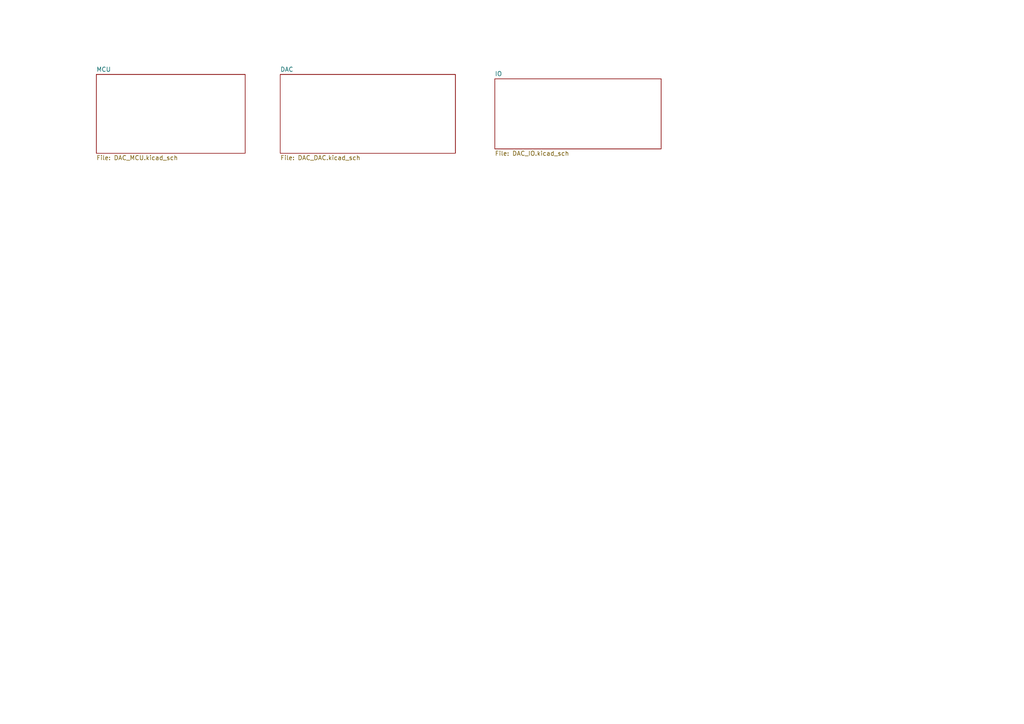
<source format=kicad_sch>
(kicad_sch
	(version 20250114)
	(generator "eeschema")
	(generator_version "9.0")
	(uuid "09bf870a-7609-4af5-9433-d9e26cb5096e")
	(paper "A4")
	(lib_symbols)
	(sheet
		(at 143.51 22.86)
		(size 48.26 20.32)
		(exclude_from_sim no)
		(in_bom yes)
		(on_board yes)
		(dnp no)
		(fields_autoplaced yes)
		(stroke
			(width 0.1524)
			(type solid)
		)
		(fill
			(color 0 0 0 0.0000)
		)
		(uuid "50d04087-f4e5-4295-b800-86227d27fe22")
		(property "Sheetname" "IO"
			(at 143.51 22.1484 0)
			(effects
				(font
					(size 1.27 1.27)
				)
				(justify left bottom)
			)
		)
		(property "Sheetfile" "DAC_IO.kicad_sch"
			(at 143.51 43.7646 0)
			(effects
				(font
					(size 1.27 1.27)
				)
				(justify left top)
			)
		)
		(instances
			(project "USB_DAC"
				(path "/09bf870a-7609-4af5-9433-d9e26cb5096e"
					(page "4")
				)
			)
		)
	)
	(sheet
		(at 27.94 21.59)
		(size 43.18 22.86)
		(exclude_from_sim no)
		(in_bom yes)
		(on_board yes)
		(dnp no)
		(fields_autoplaced yes)
		(stroke
			(width 0.1524)
			(type solid)
		)
		(fill
			(color 0 0 0 0.0000)
		)
		(uuid "7920def5-352b-4b14-a72c-dc321dec7c38")
		(property "Sheetname" "MCU"
			(at 27.94 20.8784 0)
			(effects
				(font
					(size 1.27 1.27)
				)
				(justify left bottom)
			)
		)
		(property "Sheetfile" "DAC_MCU.kicad_sch"
			(at 27.94 45.0346 0)
			(effects
				(font
					(size 1.27 1.27)
				)
				(justify left top)
			)
		)
		(instances
			(project "USB_DAC"
				(path "/09bf870a-7609-4af5-9433-d9e26cb5096e"
					(page "2")
				)
			)
		)
	)
	(sheet
		(at 81.28 21.59)
		(size 50.8 22.86)
		(exclude_from_sim no)
		(in_bom yes)
		(on_board yes)
		(dnp no)
		(fields_autoplaced yes)
		(stroke
			(width 0.1524)
			(type solid)
		)
		(fill
			(color 0 0 0 0.0000)
		)
		(uuid "a5b10a78-8b4c-4741-9ab2-c3253e378215")
		(property "Sheetname" "DAC"
			(at 81.28 20.8784 0)
			(effects
				(font
					(size 1.27 1.27)
				)
				(justify left bottom)
			)
		)
		(property "Sheetfile" "DAC_DAC.kicad_sch"
			(at 81.28 45.0346 0)
			(effects
				(font
					(size 1.27 1.27)
				)
				(justify left top)
			)
		)
		(instances
			(project "USB_DAC"
				(path "/09bf870a-7609-4af5-9433-d9e26cb5096e"
					(page "3")
				)
			)
		)
	)
	(sheet_instances
		(path "/"
			(page "1")
		)
	)
	(embedded_fonts no)
)

</source>
